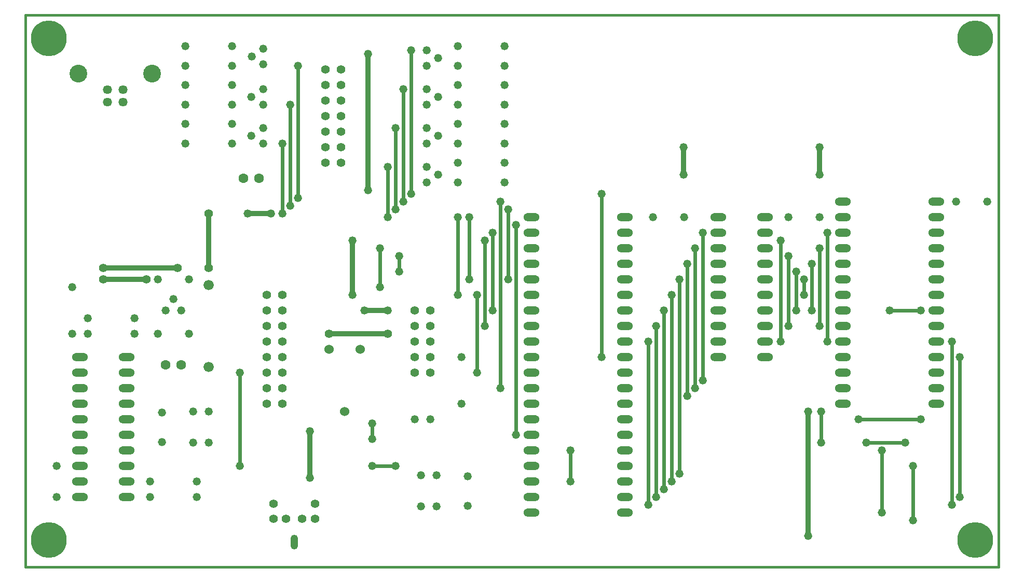
<source format=gtl>
G04 (created by PCBNEW-RS274X (2010-00-09 BZR 23xx)-stable) date Wed 31 Aug 2011 10:04:48 AM CEST*
G01*
G70*
G90*
%MOIN*%
G04 Gerber Fmt 3.4, Leading zero omitted, Abs format*
%FSLAX34Y34*%
G04 APERTURE LIST*
%ADD10C,0.006000*%
%ADD11C,0.015000*%
%ADD12C,0.052000*%
%ADD13O,0.104000X0.052000*%
%ADD14C,0.057400*%
%ADD15C,0.114100*%
%ADD16C,0.056000*%
%ADD17C,0.066000*%
%ADD18C,0.063000*%
%ADD19C,0.055400*%
%ADD20O,0.047500X0.095100*%
%ADD21C,0.060000*%
%ADD22C,0.230000*%
%ADD23C,0.032000*%
%ADD24C,0.023000*%
G04 APERTURE END LIST*
G54D10*
G54D11*
X20750Y-52500D02*
X20750Y-17000D01*
X83250Y-52500D02*
X20750Y-52500D01*
X83250Y-17000D02*
X83250Y-52500D01*
X20750Y-17000D02*
X83250Y-17000D01*
G54D12*
X63000Y-27250D03*
G54D13*
X65250Y-30000D03*
X65250Y-31000D03*
X65250Y-32000D03*
X65250Y-33000D03*
X65250Y-34000D03*
X65250Y-35000D03*
X65250Y-36000D03*
X65250Y-37000D03*
X65250Y-38000D03*
X65250Y-39000D03*
X68250Y-39000D03*
X68250Y-38000D03*
X68250Y-37000D03*
X68250Y-36000D03*
X68250Y-35000D03*
X68250Y-34000D03*
X68250Y-33000D03*
X68250Y-32000D03*
X68250Y-31000D03*
X68250Y-30000D03*
X27250Y-48000D03*
X27250Y-47000D03*
X27250Y-46000D03*
X27250Y-45000D03*
X27250Y-44000D03*
X27250Y-43000D03*
X27250Y-42000D03*
X27250Y-41000D03*
X27250Y-40000D03*
X27250Y-39000D03*
X24250Y-39000D03*
X24250Y-40000D03*
X24250Y-41000D03*
X24250Y-42000D03*
X24250Y-43000D03*
X24250Y-44000D03*
X24250Y-45000D03*
X24250Y-46000D03*
X24250Y-47000D03*
X24250Y-48000D03*
X53250Y-30000D03*
X53250Y-31000D03*
X53250Y-32000D03*
X53250Y-33000D03*
X53250Y-34000D03*
X53250Y-35000D03*
X53250Y-36000D03*
X53250Y-37000D03*
X53250Y-38000D03*
X53250Y-39000D03*
X53250Y-40000D03*
X53250Y-41000D03*
X53250Y-42000D03*
X53250Y-43000D03*
X53250Y-44000D03*
X53250Y-45000D03*
X53250Y-46000D03*
X53250Y-47000D03*
X53250Y-48000D03*
X53250Y-49000D03*
X59250Y-49000D03*
X59250Y-48000D03*
X59250Y-47000D03*
X59250Y-46000D03*
X59250Y-45000D03*
X59250Y-44000D03*
X59250Y-43000D03*
X59250Y-42000D03*
X59250Y-41000D03*
X59250Y-40000D03*
X59250Y-39000D03*
X59250Y-38000D03*
X59250Y-37000D03*
X59250Y-36000D03*
X59250Y-35000D03*
X59250Y-34000D03*
X59250Y-33000D03*
X59250Y-32000D03*
X59250Y-31000D03*
X59250Y-30000D03*
G54D14*
X26008Y-22604D03*
X26992Y-22604D03*
X26992Y-21816D03*
X26008Y-21816D03*
G54D15*
X28870Y-20750D03*
X24130Y-20750D03*
G54D16*
X46750Y-40000D03*
X45750Y-40000D03*
X46750Y-39000D03*
X45750Y-39000D03*
X46750Y-38000D03*
X45750Y-38000D03*
X46750Y-37000D03*
X45750Y-37000D03*
X46750Y-36000D03*
X45750Y-36000D03*
X41000Y-26500D03*
X40000Y-26500D03*
X41000Y-25500D03*
X40000Y-25500D03*
X41000Y-24500D03*
X40000Y-24500D03*
X41000Y-23500D03*
X40000Y-23500D03*
X41000Y-22500D03*
X40000Y-22500D03*
X41000Y-21500D03*
X40000Y-21500D03*
X41000Y-20500D03*
X40000Y-20500D03*
G54D12*
X49150Y-48550D03*
X49150Y-46650D03*
X29500Y-42550D03*
X29500Y-44450D03*
X45750Y-43000D03*
X46750Y-43000D03*
G54D13*
X73250Y-29000D03*
X73250Y-30000D03*
X73250Y-31000D03*
X73250Y-32000D03*
X73250Y-33000D03*
X73250Y-34000D03*
X73250Y-35000D03*
X73250Y-36000D03*
X73250Y-37000D03*
X73250Y-38000D03*
X73250Y-39000D03*
X73250Y-40000D03*
X73250Y-41000D03*
X73250Y-42000D03*
X79250Y-42000D03*
X79250Y-41000D03*
X79250Y-40000D03*
X79250Y-39000D03*
X79250Y-38000D03*
X79250Y-37000D03*
X79250Y-36000D03*
X79250Y-35000D03*
X79250Y-34000D03*
X79250Y-33000D03*
X79250Y-32000D03*
X79250Y-31000D03*
X79250Y-30000D03*
X79250Y-29000D03*
G54D12*
X27750Y-36500D03*
X24750Y-36500D03*
X27750Y-37500D03*
X24750Y-37500D03*
X48750Y-42000D03*
X48750Y-39000D03*
X23750Y-34500D03*
X23750Y-37500D03*
X28750Y-48000D03*
X31750Y-48000D03*
X28750Y-47000D03*
X31750Y-47000D03*
X31500Y-44500D03*
X32500Y-44500D03*
X31500Y-42500D03*
X32500Y-42500D03*
X47150Y-46600D03*
X46150Y-46600D03*
X47150Y-48600D03*
X46150Y-48600D03*
X22750Y-46000D03*
X22750Y-48000D03*
X61050Y-30000D03*
X63050Y-30000D03*
G54D17*
X32500Y-34361D03*
X32500Y-39649D03*
G54D12*
X69750Y-30000D03*
X71750Y-30000D03*
X80500Y-29000D03*
X82500Y-29000D03*
X29750Y-36000D03*
X30250Y-35250D03*
X30750Y-36000D03*
X29250Y-34000D03*
X31250Y-34000D03*
X31250Y-37500D03*
X29250Y-37500D03*
G54D18*
X30750Y-39500D03*
X29750Y-39500D03*
X35750Y-27500D03*
X34750Y-27500D03*
G54D12*
X36025Y-19175D03*
X35275Y-19675D03*
X36025Y-20175D03*
X46500Y-22750D03*
X47250Y-22250D03*
X46500Y-21750D03*
X46500Y-25250D03*
X47250Y-24750D03*
X46500Y-24250D03*
X36000Y-21750D03*
X35250Y-22250D03*
X36000Y-22750D03*
X46500Y-27750D03*
X47250Y-27250D03*
X46500Y-26750D03*
X36000Y-24250D03*
X35250Y-24750D03*
X36000Y-25250D03*
G54D16*
X37250Y-42000D03*
X36250Y-42000D03*
X37250Y-41000D03*
X36250Y-41000D03*
X37250Y-40000D03*
X36250Y-40000D03*
X37250Y-39000D03*
X36250Y-39000D03*
X37250Y-38000D03*
X36250Y-38000D03*
X37250Y-37000D03*
X36250Y-37000D03*
X37250Y-36000D03*
X36250Y-36000D03*
X37250Y-35000D03*
X36250Y-35000D03*
G54D19*
X38511Y-49404D03*
X37489Y-49404D03*
X39338Y-49404D03*
X36662Y-49404D03*
X39338Y-48420D03*
X36662Y-48420D03*
G54D20*
X38000Y-50900D03*
G54D21*
X42250Y-38500D03*
X40250Y-38500D03*
X41250Y-42500D03*
G54D12*
X51500Y-19000D03*
X48500Y-19000D03*
X51500Y-20250D03*
X48500Y-20250D03*
X51500Y-22750D03*
X48500Y-22750D03*
X51500Y-25250D03*
X48500Y-25250D03*
X51500Y-27750D03*
X48500Y-27750D03*
X51500Y-26500D03*
X48500Y-26500D03*
X51500Y-24000D03*
X48500Y-24000D03*
X51500Y-21500D03*
X48500Y-21500D03*
X46500Y-20250D03*
X47250Y-19750D03*
X46500Y-19250D03*
X31000Y-20250D03*
X34000Y-20250D03*
X31000Y-19000D03*
X34000Y-19000D03*
X31000Y-22750D03*
X34000Y-22750D03*
X31000Y-25250D03*
X34000Y-25250D03*
X31000Y-21500D03*
X34000Y-21500D03*
X31000Y-24000D03*
X34000Y-24000D03*
G54D22*
X22250Y-18500D03*
X22250Y-50750D03*
X81750Y-50750D03*
X81750Y-18500D03*
G54D12*
X63000Y-25500D03*
X71750Y-25500D03*
X71750Y-27250D03*
X71000Y-42500D03*
X71000Y-50500D03*
X35000Y-29750D03*
X36500Y-29750D03*
X39000Y-46750D03*
X39000Y-43750D03*
X44000Y-36000D03*
X42500Y-36000D03*
X42750Y-19500D03*
X42750Y-28250D03*
X41750Y-35000D03*
X41750Y-31500D03*
G54D16*
X25750Y-34000D03*
X28500Y-34000D03*
G54D12*
X38250Y-28750D03*
X38250Y-20250D03*
X52250Y-30500D03*
X52250Y-44000D03*
X45000Y-21750D03*
X45000Y-29000D03*
X51250Y-29000D03*
X51250Y-41000D03*
X77750Y-46000D03*
X77750Y-49500D03*
X55750Y-47000D03*
X55750Y-45000D03*
X78250Y-36000D03*
X76250Y-36000D03*
X77250Y-44500D03*
X74750Y-44500D03*
X71850Y-44500D03*
X71850Y-42500D03*
X74250Y-43000D03*
X78250Y-43000D03*
X75750Y-49000D03*
X75750Y-45000D03*
X64250Y-31000D03*
X64250Y-40500D03*
X63750Y-32000D03*
X63750Y-41000D03*
X63250Y-33000D03*
X63250Y-41500D03*
X62750Y-34000D03*
X62750Y-46500D03*
X62250Y-35000D03*
X62250Y-47000D03*
X61750Y-36000D03*
X61750Y-47500D03*
X80750Y-39000D03*
X61250Y-37000D03*
X61250Y-48000D03*
X80750Y-48000D03*
X60750Y-38000D03*
X80250Y-38000D03*
X80250Y-48500D03*
X60750Y-48500D03*
X44500Y-46000D03*
X43000Y-46000D03*
X34500Y-46000D03*
X34500Y-40000D03*
X45500Y-19250D03*
X45500Y-28500D03*
X57750Y-39000D03*
X57750Y-28500D03*
X49250Y-30000D03*
X49250Y-34000D03*
X44750Y-32500D03*
X44750Y-33500D03*
X37750Y-29250D03*
X37750Y-22750D03*
X50750Y-36000D03*
X50750Y-31000D03*
X44000Y-26750D03*
X44000Y-30000D03*
X48500Y-35000D03*
X48500Y-30000D03*
X49750Y-40000D03*
X49750Y-35000D03*
X43500Y-32000D03*
X43500Y-34500D03*
X37250Y-29750D03*
X37250Y-25250D03*
X50250Y-37000D03*
X50250Y-31500D03*
X44500Y-24250D03*
X44500Y-29500D03*
X51750Y-29500D03*
X51750Y-34000D03*
X43000Y-44250D03*
X43000Y-43250D03*
G54D16*
X25750Y-33250D03*
X30500Y-33250D03*
G54D12*
X71250Y-33000D03*
X71250Y-36000D03*
X71750Y-32000D03*
X71750Y-37000D03*
X72250Y-31000D03*
X72250Y-38000D03*
X69250Y-31500D03*
X69250Y-38000D03*
X69750Y-32500D03*
X69750Y-37000D03*
X70250Y-36000D03*
X70250Y-33500D03*
X70750Y-34000D03*
X70750Y-35000D03*
G54D16*
X40250Y-37500D03*
X44000Y-37500D03*
X32500Y-33250D03*
X32500Y-29750D03*
G54D23*
X25750Y-34000D02*
X28500Y-34000D01*
G54D24*
X38250Y-20250D02*
X38250Y-28750D01*
X52250Y-44000D02*
X52250Y-30500D01*
X45000Y-29000D02*
X45000Y-21750D01*
X51250Y-41000D02*
X51250Y-29000D01*
X77750Y-46000D02*
X77750Y-49500D01*
X55750Y-47000D02*
X55750Y-45000D01*
X76250Y-36000D02*
X78250Y-36000D01*
X74750Y-44500D02*
X77250Y-44500D01*
X71850Y-44500D02*
X71850Y-42500D01*
X74250Y-43000D02*
X78250Y-43000D01*
X75750Y-45000D02*
X75750Y-49000D01*
X64250Y-40500D02*
X64250Y-31000D01*
X63750Y-41000D02*
X63750Y-32000D01*
X63250Y-41500D02*
X63250Y-33000D01*
X62750Y-46500D02*
X62750Y-34000D01*
X62250Y-47000D02*
X62250Y-35000D01*
X61750Y-47500D02*
X61750Y-36000D01*
X80750Y-48000D02*
X80750Y-39000D01*
X61250Y-48000D02*
X61250Y-37000D01*
X80250Y-48500D02*
X80250Y-38000D01*
X60750Y-48500D02*
X60750Y-38000D01*
X43000Y-46000D02*
X44500Y-46000D01*
X34500Y-40000D02*
X34500Y-46000D01*
X45500Y-19250D02*
X45500Y-28500D01*
X57750Y-28500D02*
X57750Y-39000D01*
X49250Y-34000D02*
X49250Y-30000D01*
X44750Y-33500D02*
X44750Y-32500D01*
X37750Y-22750D02*
X37750Y-29250D01*
X50750Y-31000D02*
X50750Y-36000D01*
X44000Y-26750D02*
X44000Y-30000D01*
X48500Y-30000D02*
X48500Y-35000D01*
X49750Y-40000D02*
X49750Y-35000D01*
X43500Y-34500D02*
X43500Y-32000D01*
X37250Y-25250D02*
X37250Y-29750D01*
X50250Y-31500D02*
X50250Y-37000D01*
X44500Y-24250D02*
X44500Y-29500D01*
X51750Y-34000D02*
X51750Y-29500D01*
X43000Y-44250D02*
X43000Y-43250D01*
G54D23*
X35000Y-29750D02*
X36500Y-29750D01*
X42750Y-19500D02*
X42750Y-28250D01*
X41750Y-31500D02*
X41750Y-35000D01*
X42500Y-36000D02*
X44000Y-36000D01*
X39000Y-43750D02*
X39000Y-46750D01*
X71000Y-42500D02*
X71000Y-50500D01*
X71750Y-25500D02*
X71750Y-27250D01*
X63000Y-25500D02*
X63000Y-27250D01*
X25750Y-33250D02*
X30500Y-33250D01*
G54D24*
X71250Y-33000D02*
X71250Y-36000D01*
X71750Y-32000D02*
X71750Y-37000D01*
X72250Y-31000D02*
X72250Y-38000D01*
X69250Y-38000D02*
X69250Y-31500D01*
X69750Y-37000D02*
X69750Y-32500D01*
X70250Y-36000D02*
X70250Y-33500D01*
X70750Y-34000D02*
X70750Y-35000D01*
G54D23*
X44000Y-37500D02*
X40250Y-37500D01*
X32500Y-33250D02*
X32500Y-29750D01*
M02*

</source>
